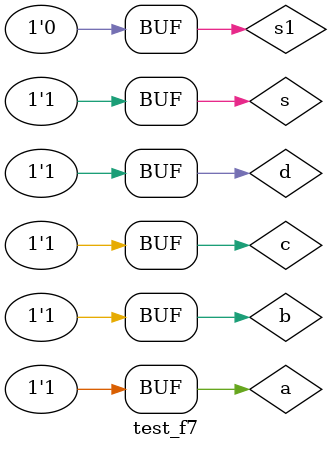
<source format=v>

module f7 ( output s, input a, input b, input c, input d);
// descrever por portas
endmodule // f7

// -------------------------
// multiplexer
// -------------------------
module mux ( output s, input a, input b, input c, input d, input select, input select_group ); 
// definir dados locais

//GROUP AND - NAND
wire sA;
wire not_select;
wire sA1;
wire sA2;

not NOT1 (not_select, select);
and AND1 (sA1, a, not_select);
and AND2 (sA2, b, select);
or OR1 (sA, sA1, sA2);

//GROUP OR - NOR
wire sC;
wire sC1;
wire sC2;
wire not_sC1;
wire not_sC2;
wire not_c;

not NOT2 (not_c, c);
not NOT3 (not_d, d);
or OR2 (sC1, not_c, select);
or OR3 (sC2, not_d, not_select);
not NOT4 (not_sc1, sC1);
not NOT5 (not_sC2, sC2);
or OR4 (sC, not_sC1, not_sC2);

//group final
wire not_select_group;
wire s1;
wire s2;

and AND3 (s1, not_select_group, sA);
and AND4 (s2, select_group, sC);
or OR5 (s, s1, s2);

endmodule // mux

module test_f7;
// ------------------------- definir dados

 reg a; 
 reg b; 
 reg c; //entrada
 reg d;
 reg s;
 reg s1;
 //reg z;

 //wire s;
// wire s1; //seletores
 
 wire z; //saida
 
 f7 modulo ( z, a, b, c, d );
 mux MUX1 ( z, a, b, c, d, s, s1 ); // 
 
// ------------------------- parte principal
 initial
 begin : main
 $display("Exemplo_0702 - Felipe Campolina - 762732");
 $display("z = saida");
 $display(",a, b, c, d = entradas");
 $display("s = variável de seleção - portas");
 $display("s1 = variável de seleção - grupos");
 $display("   a    b    c    d    s    s1   z");
 
 a = 1'b0; b = 1'b0; c = 1'b0; d=1'b0; s=1'b0; s1=1'b0; // E0=0, E1=0, chave=0, z=0
 

 #1 $monitor("%4b %4b %4b %4b %4b %4b %4b", a, b, c, d, s, s1, z);
 
  a = 1'b1; b = 1'b0; c = 1'b0; d=1'b0; s=1'b0; s1=1'b0;
  a = 1'b1; b = 1'b1; c = 1'b1; d=1'b1; s=1'b1; s1=1'b0;
 end
endmodule // test_f7


</source>
